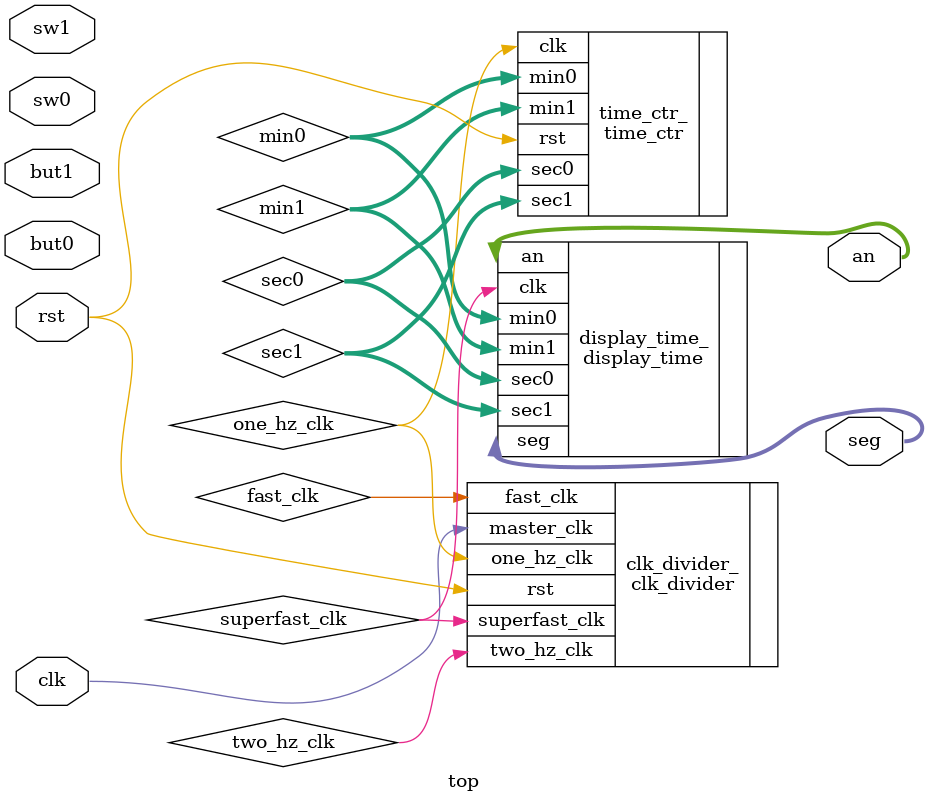
<source format=v>
`timescale 1ns / 1ps
module top(
		input clk,
		input rst,
		input but0,
		input but1,
		input sw0,
		input sw1,
		output [3:0] an,
		output [7:0] seg
 );
		
	wire [2:0] min1;
	wire[3:0] min0;
	wire [2:0] sec1;
	wire [3:0] sec0;
	wire one_hz_clk, two_hz_clk, superfast_clk, fast_clk;
	
	clk_divider clk_divider_(
    .master_clk(clk),
    .rst(rst),
	 .one_hz_clk(one_hz_clk),
    .two_hz_clk(two_hz_clk),
    .superfast_clk(superfast_clk),
    .fast_clk(fast_clk)
    );
	
	time_ctr time_ctr_(
    .clk(one_hz_clk),
    .rst(rst),
	 .min1(min1),
    .min0(min0),
    .sec1(sec1),
    .sec0(sec0)
    );
	 
	 display_time display_time_(
    .min1(min1),
    .min0(min0),
    .sec1(sec1),
    .sec0(sec0),
	 .clk(superfast_clk),
	 .an(an),
	 .seg(seg)
    );
	 
endmodule
</source>
